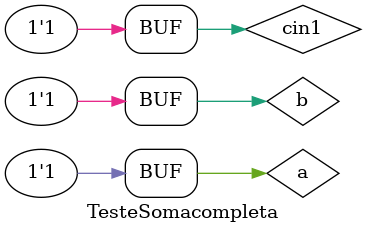
<source format=v>

module meiasoma (c, s, a, b);

output c, s;
input a, b;

and AND1 (s, a, b);
xor XOR1 (c, a, b);

endmodule 

module somacompleta (c1, s1, a1, b1, cin);

output c1, s1;
input a1, b1, cin;
wire temp1, temp2, temp3;

meiasoma meiasoma1 (temp1, temp2, a1, b1);
meiasoma meiasoma2 (s1, temp3, cin, temp1);
or Or1 (c1, temp3, temp2);

endmodule 

module TesteSomacompleta;

wire c2, s2;
reg a, b, cin1;

somacompleta somacompleta1 (c2, s2, a, b, cin1);

 initial begin
      $display("\na  b  Cin    C  s\n");
      $monitor("%b  %b   %b    %b    %b", a, b, cin1,c2, s2);
  
	     a=0; b=0; cin1 =0;
    #1  a=0; b=0; cin1 =1; 
    #1  a=0; b=1; cin1 =0;
    #1  a=0; b=1; cin1 =1; 
	 #1  a=1; b=0; cin1 =0;
    #1  a=1; b=0; cin1 =1; 
    #1  a=1; b=1; cin1 =0;
    #1  a=1; b=1; cin1 =1; 
	  
    end
endmodule
</source>
